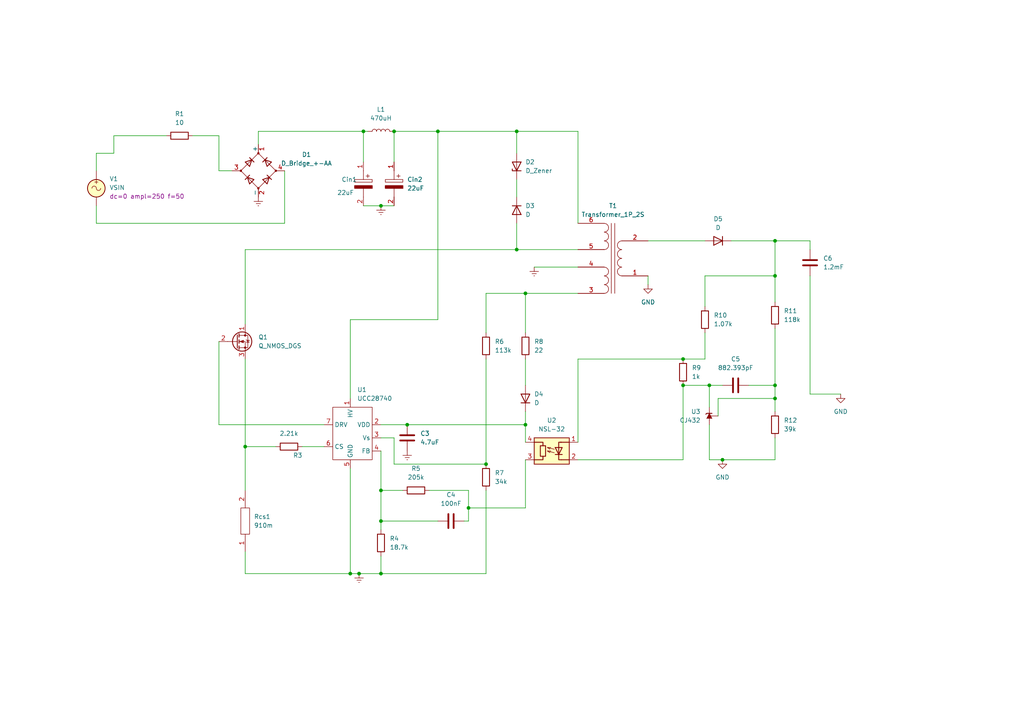
<source format=kicad_sch>
(kicad_sch (version 20211123) (generator eeschema)
  (paper "A4")
  (title_block (title "Charger Design") (date "2023-02-18") (rev "v01") (comment 1 "Course: ELP305") (comment 2 "Grpup: BNavi"))
  (lib_symbols
    (symbol "400PK22MEFC12.5X20:400PK22MEFC12.5X20" (pin_names (offset 0.762))
      (property "Reference" "C" (at 8.89 6.35 0))
      (property "Value" "400PK22MEFC12.5X20" (at 8.89 3.81 0))
      (symbol "400PK22MEFC12.5X20_0_0"
        (pin passive line (at 0 0 0) (length 2.54) (name "~") (number "1"))
        (pin passive line (at 12.7 0 180) (length 2.54) (name "~") (number "2"))
      )
      (symbol "400PK22MEFC12.5X20_0_1"
        (polyline (pts (xy 2.54 0) (xy 5.08 0)) (stroke (width 0.1524)))
        (polyline (pts (xy 4.064 1.778) (xy 4.064 0.762)) (stroke (width 0.1524)))
        (polyline (pts (xy 4.572 1.27) (xy 3.556 1.27)) (stroke (width 0.1524)))
        (polyline (pts (xy 7.62 0) (xy 10.16 0)) (stroke (width 0.1524)))
        (polyline (pts (xy 5.08 2.54) (xy 5.08 -2.54) (xy 5.842 -2.54) (xy 5.842 2.54) (xy 5.08 2.54)) (stroke (width 0.1524)))
        (polyline (pts (xy 7.62 2.54) (xy 7.62 -2.54) (xy 6.858 -2.54) (xy 6.858 2.54) (xy 7.62 2.54)) (stroke (width 0.254)) (fill (type outline)))
      )
    )
    (symbol "CRCW040234K0FKED:CRCW040234K0FKEDHP" (pin_names (offset 0.762))
      (property "Reference" "R" (at 13.97 6.35 0))
      (property "Value" "CRCW040234K0FKEDHP" (at 13.97 3.81 0))
      (symbol "CRCW040234K0FKEDHP_0_0"
        (pin passive line (at 0 0 0) (length 5.08) (name "~") (number "1"))
        (pin passive line (at 17.78 0 180) (length 5.08) (name "~") (number "2"))
      )
      (symbol "CRCW040234K0FKEDHP_0_1"
        (polyline (pts (xy 5.08 1.27) (xy 12.7 1.27) (xy 12.7 -1.27) (xy 5.08 -1.27) (xy 5.08 1.27)) (stroke (width 0.1524)))
      )
    )
    (symbol "Device:C" (pin_numbers hide) (pin_names (offset 0.254))
      (property "Reference" "C" (at 0.635 2.54 0))
      (property "Value" "C" (at 0.635 -2.54 0))
      (symbol "C_0_1"
        (polyline (pts (xy -2.032 -0.762) (xy 2.032 -0.762)) (stroke (width 0.508)))
        (polyline (pts (xy -2.032 0.762) (xy 2.032 0.762)) (stroke (width 0.508)))
      )
      (symbol "C_1_1"
        (pin passive line (at 0 3.81 270) (length 2.794) (name "~") (number "1"))
        (pin passive line (at 0 -3.81 90) (length 2.794) (name "~") (number "2"))
      )
    )
    (symbol "Device:D" (pin_numbers hide) (pin_names (offset 1.016) hide)
      (property "Reference" "D" (at 0 2.54 0))
      (property "Value" "D" (at 0 -2.54 0))
      (symbol "D_0_1"
        (polyline (pts (xy -1.27 1.27) (xy -1.27 -1.27)) (stroke (width 0.254)))
        (polyline (pts (xy 1.27 0) (xy -1.27 0)))
        (polyline (pts (xy 1.27 1.27) (xy 1.27 -1.27) (xy -1.27 0) (xy 1.27 1.27)) (stroke (width 0.254)))
      )
      (symbol "D_1_1"
        (pin passive line (at -3.81 0 0) (length 2.54) (name "K") (number "1"))
        (pin passive line (at 3.81 0 180) (length 2.54) (name "A") (number "2"))
      )
    )
    (symbol "Device:D_Bridge_+-AA" (pin_names (offset 0))
      (property "Reference" "D" (at 2.54 6.985 0))
      (property "Value" "D_Bridge_+-AA" (at 2.54 5.08 0))
      (symbol "D_Bridge_+-AA_0_1"
        (circle (center -5.08 0) (radius 0.254) (fill (type outline)))
        (circle (center 0 -5.08) (radius 0.254) (fill (type outline)))
        (polyline (pts (xy -2.54 3.81) (xy -1.27 2.54)) (stroke (width 0.254)))
        (polyline (pts (xy -1.27 -2.54) (xy -2.54 -3.81)) (stroke (width 0.254)))
        (polyline (pts (xy 2.54 -1.27) (xy 3.81 -2.54)) (stroke (width 0.254)))
        (polyline (pts (xy 2.54 1.27) (xy 3.81 2.54)) (stroke (width 0.254)))
        (polyline (pts (xy -3.81 2.54) (xy -2.54 1.27) (xy -1.905 3.175) (xy -3.81 2.54)) (stroke (width 0.254)))
        (polyline (pts (xy -2.54 -1.27) (xy -3.81 -2.54) (xy -1.905 -3.175) (xy -2.54 -1.27)) (stroke (width 0.254)))
        (polyline (pts (xy 1.27 2.54) (xy 2.54 3.81) (xy 3.175 1.905) (xy 1.27 2.54)) (stroke (width 0.254)))
        (polyline (pts (xy 3.175 -1.905) (xy 1.27 -2.54) (xy 2.54 -3.81) (xy 3.175 -1.905)) (stroke (width 0.254)))
        (polyline (pts (xy -5.08 0) (xy 0 -5.08) (xy 5.08 0) (xy 0 5.08) (xy -5.08 0)))
        (circle (center 0 5.08) (radius 0.254) (fill (type outline)))
        (circle (center 5.08 0) (radius 0.254) (fill (type outline)))
      )
      (symbol "D_Bridge_+-AA_1_1"
        (pin passive line (at 7.62 0 180) (length 2.54) (name "+") (number "1"))
        (pin passive line (at -7.62 0 0) (length 2.54) (name "-") (number "2"))
        (pin passive line (at 0 7.62 270) (length 2.54) (name "~") (number "3"))
        (pin passive line (at 0 -7.62 90) (length 2.54) (name "~") (number "4"))
      )
    )
    (symbol "Device:D_Zener" (pin_numbers hide) (pin_names (offset 1.016) hide)
      (property "Reference" "D" (at 0 2.54 0))
      (property "Value" "D_Zener" (at 0 -2.54 0))
      (symbol "D_Zener_0_1"
        (polyline (pts (xy 1.27 0) (xy -1.27 0)))
        (polyline (pts (xy -1.27 -1.27) (xy -1.27 1.27) (xy -0.762 1.27)) (stroke (width 0.254)))
        (polyline (pts (xy 1.27 -1.27) (xy 1.27 1.27) (xy -1.27 0) (xy 1.27 -1.27)) (stroke (width 0.254)))
      )
      (symbol "D_Zener_1_1"
        (pin passive line (at -3.81 0 0) (length 2.54) (name "K") (number "1"))
        (pin passive line (at 3.81 0 180) (length 2.54) (name "A") (number "2"))
      )
    )
    (symbol "Device:L" (pin_numbers hide) (pin_names (offset 1.016) hide)
      (property "Reference" "L" (at -1.27 0 90))
      (property "Value" "L" (at 1.905 0 90))
      (symbol "L_0_1"
        (arc (start 0 -2.54) (mid 0.635 -1.905) (end 0 -1.27))
        (arc (start 0 -1.27) (mid 0.635 -0.635) (end 0 0))
        (arc (start 0 0) (mid 0.635 0.635) (end 0 1.27))
        (arc (start 0 1.27) (mid 0.635 1.905) (end 0 2.54))
      )
      (symbol "L_1_1"
        (pin passive line (at 0 3.81 270) (length 1.27) (name "1") (number "1"))
        (pin passive line (at 0 -3.81 90) (length 1.27) (name "2") (number "2"))
      )
    )
    (symbol "Device:Q_NMOS_DGS" (pin_names (offset 0) hide)
      (property "Reference" "Q" (at 5.08 1.27 0))
      (property "Value" "Q_NMOS_DGS" (at 5.08 -1.27 0))
      (symbol "Q_NMOS_DGS_0_1"
        (polyline (pts (xy 0.254 0) (xy -2.54 0)))
        (polyline (pts (xy 0.254 1.905) (xy 0.254 -1.905)) (stroke (width 0.254)))
        (polyline (pts (xy 0.762 -1.27) (xy 0.762 -2.286)) (stroke (width 0.254)))
        (polyline (pts (xy 0.762 0.508) (xy 0.762 -0.508)) (stroke (width 0.254)))
        (polyline (pts (xy 0.762 2.286) (xy 0.762 1.27)) (stroke (width 0.254)))
        (polyline (pts (xy 2.54 2.54) (xy 2.54 1.778)))
        (polyline (pts (xy 2.54 -2.54) (xy 2.54 0) (xy 0.762 0)))
        (polyline (pts (xy 0.762 -1.778) (xy 3.302 -1.778) (xy 3.302 1.778) (xy 0.762 1.778)))
        (polyline (pts (xy 1.016 0) (xy 2.032 0.381) (xy 2.032 -0.381) (xy 1.016 0)) (fill (type outline)))
        (polyline (pts (xy 2.794 0.508) (xy 2.921 0.381) (xy 3.683 0.381) (xy 3.81 0.254)))
        (polyline (pts (xy 3.302 0.381) (xy 2.921 -0.254) (xy 3.683 -0.254) (xy 3.302 0.381)))
        (circle (center 1.651 0) (radius 2.794) (stroke (width 0.254)))
        (circle (center 2.54 -1.778) (radius 0.254) (fill (type outline)))
        (circle (center 2.54 1.778) (radius 0.254) (fill (type outline)))
      )
      (symbol "Q_NMOS_DGS_1_1"
        (pin passive line (at 2.54 5.08 270) (length 2.54) (name "D") (number "1"))
        (pin input line (at -5.08 0 0) (length 2.54) (name "G") (number "2"))
        (pin passive line (at 2.54 -5.08 90) (length 2.54) (name "S") (number "3"))
      )
    )
    (symbol "Device:R" (pin_numbers hide) (pin_names (offset 0))
      (property "Reference" "R" (at 2.032 0 90))
      (property "Value" "R" (at 0 0 90))
      (symbol "R_0_1"
        (rectangle (start -1.016 -2.54) (end 1.016 2.54) (stroke (width 0.254)))
      )
      (symbol "R_1_1"
        (pin passive line (at 0 3.81 270) (length 1.27) (name "~") (number "1"))
        (pin passive line (at 0 -3.81 90) (length 1.27) (name "~") (number "2"))
      )
    )
    (symbol "Device:Transformer_1P_2S" (pin_names (offset 1.016) hide)
      (property "Reference" "T" (at 0 12.7 0))
      (property "Value" "Transformer_1P_2S" (at 0 -12.7 0))
      (symbol "Transformer_1P_2S_0_1"
        (arc (start -2.54 -5.0546) (mid -1.6599 -4.6901) (end -1.27 -3.81))
        (arc (start -2.54 -2.5146) (mid -1.6599 -2.1501) (end -1.27 -1.27))
        (arc (start -2.54 0.0254) (mid -1.6599 0.3899) (end -1.27 1.27))
        (arc (start -2.54 2.5654) (mid -1.6599 2.9299) (end -1.27 3.81))
        (arc (start -1.27 -3.81) (mid -1.642 -2.912) (end -2.54 -2.54))
        (arc (start -1.27 -1.27) (mid -1.642 -0.372) (end -2.54 0))
        (arc (start -1.27 1.27) (mid -1.642 2.168) (end -2.54 2.54))
        (arc (start -1.27 3.81) (mid -1.642 4.708) (end -2.54 5.08))
        (polyline (pts (xy -0.508 -10.16) (xy -0.508 10.16)))
        (polyline (pts (xy 0.508 10.16) (xy 0.508 -10.16)))
        (arc (start 1.2954 -8.89) (mid 1.6599 -9.7701) (end 2.54 -10.1346))
        (arc (start 1.2954 -6.35) (mid 1.6599 -7.2301) (end 2.54 -7.5946))
        (arc (start 1.2954 -3.81) (mid 1.6599 -4.6901) (end 2.54 -5.0546))
        (arc (start 1.2954 3.81) (mid 1.6599 2.9299) (end 2.54 2.5654))
        (arc (start 1.2954 6.35) (mid 1.6599 5.4699) (end 2.54 5.1054))
        (arc (start 1.2954 8.89) (mid 1.6599 8.0099) (end 2.54 7.6454))
        (arc (start 2.54 -7.62) (mid 1.642 -7.992) (end 1.2954 -8.89))
        (arc (start 2.54 -5.08) (mid 1.642 -5.452) (end 1.2954 -6.35))
        (arc (start 2.54 -2.54) (mid 1.642 -2.912) (end 1.2954 -3.81))
        (arc (start 2.54 5.08) (mid 1.642 4.708) (end 1.2954 3.81))
        (arc (start 2.54 7.62) (mid 1.642 7.248) (end 1.2954 6.35))
        (arc (start 2.54 10.16) (mid 1.642 9.788) (end 1.2954 8.89))
      )
      (symbol "Transformer_1P_2S_1_1"
        (pin passive line (at -10.16 5.08 0) (length 7.62) (name "AA") (number "1"))
        (pin passive line (at -10.16 -5.08 0) (length 7.62) (name "AB") (number "2"))
        (pin passive line (at 10.16 10.16 180) (length 7.62) (name "SA") (number "3"))
        (pin passive line (at 10.16 2.54 180) (length 7.62) (name "SB") (number "4"))
        (pin passive line (at 10.16 -2.54 180) (length 7.62) (name "SC") (number "5"))
        (pin passive line (at 10.16 -10.16 180) (length 7.62) (name "SD") (number "6"))
      )
    )
    (symbol "Isolator:NSL-32" (pin_names (offset 0.762) hide)
      (property "Reference" "U" (at 0 5.08 0))
      (property "Value" "NSL-32" (at 0 -5.08 0))
      (symbol "NSL-32_0_1"
        (rectangle (start -5.08 3.81) (end 5.08 -3.81) (stroke (width 0.254)) (fill (type background)))
        (polyline (pts (xy -5.08 2.54) (xy -2.54 2.54)) (stroke (width 0.254)))
        (polyline (pts (xy -2.794 -2.54) (xy -5.08 -2.54)) (stroke (width 0.254)))
        (polyline (pts (xy -1.016 -1.016) (xy -3.048 -1.016) (xy -3.048 -1.016)) (stroke (width 0.254)))
        (polyline (pts (xy -0.762 -0.508) (xy 1.27 0) (xy 1.27 0)))
        (polyline (pts (xy -0.762 0.508) (xy 1.27 1.016) (xy 1.27 1.016)))
        (polyline (pts (xy 2.54 -1.524) (xy 2.54 -2.54) (xy 5.08 -2.54)) (stroke (width 0.254)))
        (polyline (pts (xy 2.54 1.524) (xy 2.54 2.54) (xy 5.08 2.54)) (stroke (width 0.254)))
        (polyline (pts (xy -2.794 -2.54) (xy -2.032 -2.54) (xy -2.032 2.54) (xy -2.794 2.54)) (stroke (width 0.254)))
        (polyline (pts (xy 0.254 0) (xy 1.27 0) (xy 0.508 -0.508) (xy 0.508 -0.508)))
        (polyline (pts (xy 0.254 1.016) (xy 1.27 1.016) (xy 0.508 0.508) (xy 0.508 0.508)))
        (polyline (pts (xy -1.016 1.016) (xy -3.048 1.016) (xy -2.032 -1.016) (xy -1.016 1.016) (xy -1.016 1.016) (xy -1.016 1.016)) (stroke (width 0.254)))
        (rectangle (start 1.778 1.524) (end 3.302 -1.524) (stroke (width 0.254)))
      )
      (symbol "NSL-32_1_1"
        (pin passive line (at -7.62 2.54 0) (length 2.54) (name "A") (number "1"))
        (pin passive line (at -7.62 -2.54 0) (length 2.54) (name "K") (number "2"))
        (pin passive line (at 7.62 -2.54 180) (length 2.54) (name "R") (number "3"))
        (pin passive line (at 7.62 2.54 180) (length 2.54) (name "R") (number "4"))
      )
    )
    (symbol "Reference_Voltage:CJ432" (pin_numbers hide) (pin_names hide)
      (property "Reference" "U" (at -2.54 2.54 0))
      (property "Value" "CJ432" (at 0 -2.54 0))
      (symbol "CJ432_0_1"
        (polyline (pts (xy -1.27 0) (xy 0 0) (xy 1.27 0)))
        (polyline (pts (xy -0.762 0.762) (xy 0.762 0) (xy -0.762 -0.762)) (fill (type outline)))
        (polyline (pts (xy 0.508 -1.016) (xy 0.762 -0.762) (xy 0.762 0.762) (xy 0.762 0.762)) (stroke (width 0.254)))
      )
      (symbol "CJ432_1_1"
        (pin passive line (at 0 2.54 270) (length 2.54) (name "REF") (number "1"))
        (pin passive line (at 2.54 0 180) (length 1.27) (name "K") (number "2"))
        (pin passive line (at -2.54 0 0) (length 1.27) (name "A") (number "3"))
      )
    )
    (symbol "Simulation_SPICE:VSIN" (pin_numbers hide) (pin_names (offset 0.0254))
      (property "Reference" "V1" (at 3.81 2.7299 0))
      (property "Value" "VSIN" (at 3.81 0.1899 0))
      (property "Spice_Model" "sin(0 250 50)" (at 3.81 -2.3501 0))
      (symbol "VSIN_0_0"
        (arc (start 0 0) (mid -0.635 0.635) (end -1.27 0))
        (arc (start 0 0) (mid 0.635 -0.635) (end 1.27 0))
        (text "+" (at 0 1.905 0) (effects (font (size 1.27 1.27))))
      )
      (symbol "VSIN_0_1"
        (circle (center 0 0) (radius 2.54) (stroke (width 0.254)) (fill (type background)))
      )
      (symbol "VSIN_1_1"
        (pin passive line (at 0 5.08 270) (length 2.54) (name "~") (number "1"))
        (pin passive line (at 0 -5.08 90) (length 2.54) (name "~") (number "2"))
      )
    )
    (symbol "UCC28740:UCC28740"
      (property "Reference" "U" (at -5.08 8.89 0))
      (property "Value" "UCC28740" (at 6.35 -8.89 0))
      (symbol "UCC28740_0_1"
        (rectangle (start -5.08 7.62) (end 6.35 -7.62))
      )
      (symbol "UCC28740_1_1"
        (pin input line (at 0 10.16 270) (length 2.54) (name "HV") (number "1"))
        (pin input line (at 8.89 2.54 180) (length 2.54) (name "VDD") (number "2"))
        (pin input line (at 8.89 -1.27 180) (length 2.54) (name "Vs") (number "3"))
        (pin input line (at 8.89 -5.08 180) (length 2.54) (name "FB") (number "4"))
        (pin input line (at 0 -10.16 90) (length 2.54) (name "GND") (number "5"))
        (pin input line (at -7.62 -3.81 0) (length 2.54) (name "CS") (number "6"))
        (pin input line (at -7.62 2.54 0) (length 2.54) (name "DRV") (number "7"))
      )
    )
    (symbol "power:Earth" (power) (pin_names (offset 0))
      (symbol "Earth_0_1"
        (polyline (pts (xy -0.635 -1.905) (xy 0.635 -1.905)))
        (polyline (pts (xy -0.127 -2.54) (xy 0.127 -2.54)))
        (polyline (pts (xy 0 -1.27) (xy 0 0)))
        (polyline (pts (xy 1.27 -1.27) (xy -1.27 -1.27)))
      )
      (symbol "Earth_1_1"
        (pin power_in line (at 0 0 270) (length 0) hide (name "Earth") (number "1"))
      )
    )
    (symbol "power:GND" (power) (pin_names (offset 0))
      (property "Value" "GND" (at 0 -3.81 0))
      (symbol "GND_0_1"
        (polyline (pts (xy 0 0) (xy 0 -1.27) (xy 1.27 -1.27) (xy 0 -2.54) (xy -1.27 -1.27) (xy 0 -1.27)))
      )
      (symbol "GND_1_1"
        (pin power_in line (at 0 0 270) (length 0) hide (name "GND") (number "1"))
      )
    )
  )
  (junction (at 110.49 151.13))
  (junction (at 149.86 38.1))
  (junction (at 118.11 123.19))
  (junction (at 205.74 111.76))
  (junction (at 110.49 59.69))
  (junction (at 198.12 104.14))
  (junction (at 114.3 38.1))
  (junction (at 101.6 166.37))
  (junction (at 104.14 166.37))
  (junction (at 224.79 69.85))
  (junction (at 110.49 142.24))
  (junction (at 198.12 111.76))
  (junction (at 105.41 38.1))
  (junction (at 152.4 123.19))
  (junction (at 71.12 129.54))
  (junction (at 152.4 85.09))
  (junction (at 224.79 80.01))
  (junction (at 224.79 111.76))
  (junction (at 209.55 133.35))
  (junction (at 110.49 166.37))
  (junction (at 127 38.1))
  (junction (at 135.89 147.32))
  (junction (at 140.97 134.62))
  (junction (at 224.79 115.57))
  (junction (at 149.86 72.39))
  (wire (pts (xy 63.5 39.37) (xy 63.5 49.53)))
  (wire (pts (xy 149.86 72.39) (xy 167.64 72.39)))
  (wire (pts (xy 27.94 64.77) (xy 82.55 64.77)))
  (wire (pts (xy 110.49 161.29) (xy 110.49 166.37)))
  (wire (pts (xy 134.62 151.13) (xy 135.89 151.13)))
  (wire (pts (xy 27.94 44.45) (xy 33.02 44.45)))
  (wire (pts (xy 110.49 127) (xy 114.3 127)))
  (wire (pts (xy 204.47 96.52) (xy 204.47 104.14)))
  (wire (pts (xy 114.3 38.1) (xy 114.3 46.99)))
  (wire (pts (xy 135.89 147.32) (xy 135.89 151.13)))
  (wire (pts (xy 63.5 123.19) (xy 93.98 123.19)))
  (wire (pts (xy 167.64 133.35) (xy 198.12 133.35)))
  (wire (pts (xy 140.97 96.52) (xy 140.97 85.09)))
  (wire (pts (xy 152.4 119.38) (xy 152.4 123.19)))
  (wire (pts (xy 110.49 151.13) (xy 127 151.13)))
  (wire (pts (xy 71.12 72.39) (xy 149.86 72.39)))
  (wire (pts (xy 149.86 52.07) (xy 149.86 57.15)))
  (wire (pts (xy 198.12 104.14) (xy 204.47 104.14)))
  (wire (pts (xy 224.79 95.25) (xy 224.79 111.76)))
  (wire (pts (xy 198.12 111.76) (xy 205.74 111.76)))
  (wire (pts (xy 71.12 129.54) (xy 80.01 129.54)))
  (wire (pts (xy 204.47 88.9) (xy 204.47 80.01)))
  (wire (pts (xy 114.3 38.1) (xy 127 38.1)))
  (wire (pts (xy 224.79 69.85) (xy 224.79 80.01)))
  (wire (pts (xy 152.4 133.35) (xy 152.4 147.32)))
  (wire (pts (xy 140.97 85.09) (xy 152.4 85.09)))
  (wire (pts (xy 114.3 127) (xy 114.3 134.62)))
  (wire (pts (xy 71.12 104.14) (xy 71.12 129.54)))
  (wire (pts (xy 205.74 111.76) (xy 205.74 118.11)))
  (wire (pts (xy 224.79 133.35) (xy 224.79 127)))
  (wire (pts (xy 27.94 59.69) (xy 27.94 64.77)))
  (wire (pts (xy 110.49 151.13) (xy 110.49 153.67)))
  (wire (pts (xy 105.41 59.69) (xy 110.49 59.69)))
  (wire (pts (xy 63.5 49.53) (xy 67.31 49.53)))
  (wire (pts (xy 167.64 104.14) (xy 198.12 104.14)))
  (wire (pts (xy 224.79 80.01) (xy 224.79 87.63)))
  (wire (pts (xy 87.63 129.54) (xy 93.98 129.54)))
  (wire (pts (xy 140.97 142.24) (xy 140.97 166.37)))
  (wire (pts (xy 205.74 111.76) (xy 209.55 111.76)))
  (wire (pts (xy 33.02 44.45) (xy 33.02 39.37)))
  (wire (pts (xy 152.4 147.32) (xy 135.89 147.32)))
  (wire (pts (xy 104.14 166.37) (xy 110.49 166.37)))
  (wire (pts (xy 74.93 38.1) (xy 105.41 38.1)))
  (wire (pts (xy 234.95 80.01) (xy 234.95 114.3)))
  (wire (pts (xy 63.5 99.06) (xy 63.5 123.19)))
  (wire (pts (xy 167.64 38.1) (xy 149.86 38.1)))
  (wire (pts (xy 154.94 77.47) (xy 167.64 77.47)))
  (wire (pts (xy 205.74 123.19) (xy 205.74 133.35)))
  (wire (pts (xy 234.95 114.3) (xy 243.84 114.3)))
  (wire (pts (xy 234.95 69.85) (xy 234.95 72.39)))
  (wire (pts (xy 149.86 38.1) (xy 149.86 44.45)))
  (wire (pts (xy 110.49 142.24) (xy 116.84 142.24)))
  (wire (pts (xy 187.96 69.85) (xy 204.47 69.85)))
  (wire (pts (xy 110.49 166.37) (xy 140.97 166.37)))
  (wire (pts (xy 101.6 135.89) (xy 101.6 166.37)))
  (wire (pts (xy 208.28 120.65) (xy 208.28 115.57)))
  (wire (pts (xy 217.17 111.76) (xy 224.79 111.76)))
  (wire (pts (xy 71.12 160.02) (xy 71.12 166.37)))
  (wire (pts (xy 152.4 104.14) (xy 152.4 111.76)))
  (wire (pts (xy 198.12 133.35) (xy 198.12 111.76)))
  (wire (pts (xy 152.4 85.09) (xy 152.4 96.52)))
  (wire (pts (xy 152.4 85.09) (xy 167.64 85.09)))
  (wire (pts (xy 101.6 92.71) (xy 127 92.71)))
  (wire (pts (xy 135.89 142.24) (xy 135.89 147.32)))
  (wire (pts (xy 71.12 72.39) (xy 71.12 93.98)))
  (wire (pts (xy 55.88 39.37) (xy 63.5 39.37)))
  (wire (pts (xy 209.55 133.35) (xy 224.79 133.35)))
  (wire (pts (xy 204.47 80.01) (xy 224.79 80.01)))
  (wire (pts (xy 33.02 39.37) (xy 48.26 39.37)))
  (wire (pts (xy 105.41 38.1) (xy 105.41 46.99)))
  (wire (pts (xy 127 92.71) (xy 127 38.1)))
  (wire (pts (xy 124.46 142.24) (xy 135.89 142.24)))
  (wire (pts (xy 27.94 49.53) (xy 27.94 44.45)))
  (wire (pts (xy 212.09 69.85) (xy 224.79 69.85)))
  (wire (pts (xy 71.12 166.37) (xy 101.6 166.37)))
  (wire (pts (xy 101.6 115.57) (xy 101.6 92.71)))
  (wire (pts (xy 224.79 111.76) (xy 224.79 115.57)))
  (wire (pts (xy 74.93 41.91) (xy 74.93 38.1)))
  (wire (pts (xy 224.79 115.57) (xy 224.79 119.38)))
  (wire (pts (xy 114.3 134.62) (xy 140.97 134.62)))
  (wire (pts (xy 82.55 64.77) (xy 82.55 49.53)))
  (wire (pts (xy 118.11 123.19) (xy 152.4 123.19)))
  (wire (pts (xy 140.97 104.14) (xy 140.97 134.62)))
  (wire (pts (xy 152.4 123.19) (xy 152.4 128.27)))
  (wire (pts (xy 110.49 123.19) (xy 118.11 123.19)))
  (wire (pts (xy 205.74 133.35) (xy 209.55 133.35)))
  (wire (pts (xy 127 38.1) (xy 149.86 38.1)))
  (wire (pts (xy 110.49 130.81) (xy 110.49 142.24)))
  (wire (pts (xy 187.96 80.01) (xy 187.96 82.55)))
  (wire (pts (xy 110.49 59.69) (xy 114.3 59.69)))
  (wire (pts (xy 101.6 166.37) (xy 104.14 166.37)))
  (wire (pts (xy 224.79 69.85) (xy 234.95 69.85)))
  (wire (pts (xy 167.64 128.27) (xy 167.64 104.14)))
  (wire (pts (xy 149.86 72.39) (xy 149.86 64.77)))
  (wire (pts (xy 110.49 142.24) (xy 110.49 151.13)))
  (wire (pts (xy 71.12 142.24) (xy 71.12 129.54)))
  (wire (pts (xy 167.64 64.77) (xy 167.64 38.1)))
  (wire (pts (xy 105.41 38.1) (xy 106.68 38.1)))
  (wire (pts (xy 208.28 115.57) (xy 224.79 115.57)))
  (symbol (lib_id "Device:Transformer_1P_2S") (at 177.8 74.93 180) (unit 1)
    (property "Reference" "T1" (at 177.8 59.69 0))
    (property "Value" "Transformer_1P_2S" (at 177.8 62.23 0))
  )
  (symbol (lib_id "power:GND") (at 187.96 82.55 0) (unit 1)
    (property "Reference" "#PWR06" (effects hide))
    (property "Value" "GND" (at 187.96 87.63 0))
  )
  (symbol (lib_id "400PK22MEFC12.5X20:400PK22MEFC12.5X20") (at 114.3 46.99 270) (unit 1)
    (property "Reference" "Cin2" (at 118.11 52.0699 90) (effects (justify left)))
    (property "Value" "22uF" (at 118.11 54.61 90) (effects (justify left)))
    (property "Footprint" "footprints:400PK22MEFC12.5X20" (effects hide))
    (property "Datasheet" "http://www.rubycon.co.jp/en/catalog/e_pdfs/aluminum/e_pk.pdf" (effects hide))
    (property "Description" "Aluminum Electrolytic Capacitors - Radial Leaded" (effects hide))
    (property "Height" "22" (effects hide))
    (property "Mouser Part Number" "232-400PK22MEFC125X2" (effects hide))
    (property "Mouser Price/Stock" "https://www.mouser.co.uk/ProductDetail/Rubycon/400PK22MEFC12.5X20?qs=T3oQrply3y%252B1A0DQVCmdTw%3D%3D" (effects hide))
    (property "Manufacturer_Name" "Rubycon" (effects hide))
    (property "Manufacturer_Part_Number" "400PK22MEFC12.5X20" (effects hide))
  )
  (symbol (lib_id "Device:R") (at 120.65 142.24 90) (unit 1)
    (property "Reference" "R5" (at 120.65 135.89 90))
    (property "Value" "205k" (at 120.65 138.43 90))
    (property "Footprint" "Resistor_SMD:R_0201_0603Metric_Pad0.64x0.40mm_HandSolder" (effects hide))
  )
  (symbol (lib_id "Device:D") (at 152.4 115.57 90) (unit 1)
    (property "Reference" "D4" (at 154.94 114.2999 90) (effects (justify right)))
    (property "Value" "D" (at 154.94 116.8399 90) (effects (justify right)))
    (property "Footprint" "Diode_SMD:D_0402_1005Metric_Pad0.77x0.64mm_HandSolder" (effects hide))
  )
  (symbol (lib_id "400PK22MEFC12.5X20:400PK22MEFC12.5X20") (at 105.41 46.99 270) (unit 1)
    (property "Reference" "Cin1" (at 99.06 52.07 90) (effects (justify left)))
    (property "Value" "22uF" (at 97.79 55.88 90) (effects (justify left)))
    (property "Footprint" "footprints:400PK22MEFC12.5X20" (effects hide))
    (property "Datasheet" "http://www.rubycon.co.jp/en/catalog/e_pdfs/aluminum/e_pk.pdf" (effects hide))
    (property "Description" "Aluminum Electrolytic Capacitors - Radial Leaded" (effects hide))
    (property "Height" "22" (effects hide))
    (property "Mouser Part Number" "232-400PK22MEFC125X2" (effects hide))
    (property "Mouser Price/Stock" "https://www.mouser.co.uk/ProductDetail/Rubycon/400PK22MEFC12.5X20?qs=T3oQrply3y%252B1A0DQVCmdTw%3D%3D" (effects hide))
    (property "Manufacturer_Name" "Rubycon" (effects hide))
    (property "Manufacturer_Part_Number" "400PK22MEFC12.5X20" (effects hide))
  )
  (symbol (lib_id "Device:R") (at 52.07 39.37 90) (unit 1)
    (property "Reference" "R1" (at 52.07 33.02 90))
    (property "Value" "10" (at 52.07 35.56 90))
    (property "Footprint" "Resistor_SMD:R_0201_0603Metric_Pad0.64x0.40mm_HandSolder" (effects hide))
    (property "Spice_Primitive" "R" (effects hide))
    (property "Spice_Model" "10" (effects hide))
    (property "Spice_Netlist_Enabled" "Y" (effects hide))
  )
  (symbol (lib_id "Simulation_SPICE:VSIN") (at 27.94 54.61 0) (unit 1)
    (property "Reference" "V1" (at 31.75 51.8801 0) (effects (justify left)))
    (property "Value" "VSIN" (at 31.75 54.4201 0) (effects (justify left)))
    (property "Spice_Netlist_Enabled" "Y" (effects hide))
    (property "Spice_Primitive" "V" (effects hide))
    (property "Spice_Model" "sin(0 250 50)" (at 31.75 56.9601 0) (effects (justify left)))
  )
  (symbol (lib_id "CRCW040234K0FKED:CRCW040234K0FKEDHP") (at 71.12 160.02 90) (unit 1)
    (property "Reference" "Rcs1" (at 73.66 149.8599 90) (effects (justify right)))
    (property "Value" "910m" (at 73.66 152.3999 90) (effects (justify right)))
    (property "Footprint" "footprints:CRCW04021K07FKED" (effects hide))
    (property "Datasheet" "http://www.vishay.com/docs/20035/dcrcwe3.pdf" (effects hide))
    (property "Description" "Standard Thick Film Chip Resistors value 34K0 ohm." (effects hide))
    (property "Height" "0.4" (effects hide))
    (property "Manufacturer_Name" "Vishay" (effects hide))
    (property "Manufacturer_Part_Number" "CRCW040234K0FKEDHP" (effects hide))
  )
  (symbol (lib_id "Device:R") (at 140.97 138.43 180) (unit 1)
    (property "Reference" "R7" (at 143.51 137.1599 0) (effects (justify right)))
    (property "Value" "34k" (at 143.51 139.6999 0) (effects (justify right)))
    (property "Footprint" "Resistor_SMD:R_0201_0603Metric_Pad0.64x0.40mm_HandSolder" (effects hide))
  )
  (symbol (lib_id "power:Earth") (at 118.11 130.81 0) (unit 1)
    (property "Reference" "#PWR04" (effects hide))
    (property "Value" "Earth" (effects hide))
  )
  (symbol (lib_id "Device:R") (at 224.79 123.19 180) (unit 1)
    (property "Reference" "R12" (at 227.33 121.9199 0) (effects (justify right)))
    (property "Value" "39k" (at 227.33 124.4599 0) (effects (justify right)))
    (property "Footprint" "Resistor_SMD:R_0201_0603Metric_Pad0.64x0.40mm_HandSolder" (effects hide))
  )
  (symbol (lib_id "power:Earth") (at 74.93 57.15 0) (unit 1)
    (property "Reference" "#PWR01" (effects hide))
    (property "Value" "Earth" (effects hide))
  )
  (symbol (lib_id "Device:R") (at 140.97 100.33 180) (unit 1)
    (property "Reference" "R6" (at 143.51 99.0599 0) (effects (justify right)))
    (property "Value" "113k" (at 143.51 101.5999 0) (effects (justify right)))
    (property "Footprint" "Resistor_SMD:R_0201_0603Metric_Pad0.64x0.40mm_HandSolder" (effects hide))
  )
  (symbol (lib_id "Device:D_Zener") (at 149.86 48.26 90) (unit 1)
    (property "Reference" "D2" (at 152.4 46.9899 90) (effects (justify right)))
    (property "Value" "D_Zener" (at 152.4 49.5299 90) (effects (justify right)))
    (property "Footprint" "Diode_SMD:D_0201_0603Metric_Pad0.64x0.40mm_HandSolder" (effects hide))
  )
  (symbol (lib_id "UCC28740:UCC28740") (at 101.6 125.73 0) (unit 1)
    (property "Reference" "U1" (at 103.6194 113.03 0) (effects (justify left)))
    (property "Value" "UCC28740" (at 103.6194 115.57 0) (effects (justify left)))
  )
  (symbol (lib_id "Device:C") (at 130.81 151.13 90) (unit 1)
    (property "Reference" "C4" (at 130.81 143.51 90))
    (property "Value" "100nF" (at 130.81 146.05 90))
    (property "Footprint" "Capacitor_SMD:C_0603_1608Metric_Pad1.08x0.95mm_HandSolder" (effects hide))
  )
  (symbol (lib_id "Device:R") (at 110.49 157.48 180) (unit 1)
    (property "Reference" "R4" (at 113.03 156.2099 0) (effects (justify right)))
    (property "Value" "18.7k" (at 113.03 158.7499 0) (effects (justify right)))
    (property "Footprint" "Resistor_SMD:R_0201_0603Metric_Pad0.64x0.40mm_HandSolder" (effects hide))
  )
  (symbol (lib_id "Device:R") (at 152.4 100.33 180) (unit 1)
    (property "Reference" "R8" (at 154.94 99.0599 0) (effects (justify right)))
    (property "Value" "22" (at 154.94 101.5999 0) (effects (justify right)))
    (property "Footprint" "Resistor_SMD:R_0201_0603Metric_Pad0.64x0.40mm_HandSolder" (effects hide))
  )
  (symbol (lib_id "Device:R") (at 83.82 129.54 90) (unit 1)
    (property "Reference" "R3" (at 86.36 132.08 90))
    (property "Value" "2.21k" (at 83.82 125.73 90))
    (property "Footprint" "Resistor_SMD:R_0201_0603Metric_Pad0.64x0.40mm_HandSolder" (effects hide))
  )
  (symbol (lib_id "Device:D") (at 149.86 60.96 270) (unit 1)
    (property "Reference" "D3" (at 152.4 59.6899 90) (effects (justify left)))
    (property "Value" "D" (at 152.4 62.2299 90) (effects (justify left)))
    (property "Footprint" "Diode_SMD:D_0402_1005Metric_Pad0.77x0.64mm_HandSolder" (effects hide))
  )
  (symbol (lib_id "Device:R") (at 198.12 107.95 180) (unit 1)
    (property "Reference" "R9" (at 200.66 106.6799 0) (effects (justify right)))
    (property "Value" "1k" (at 200.66 109.2199 0) (effects (justify right)))
    (property "Footprint" "Resistor_SMD:R_0201_0603Metric_Pad0.64x0.40mm_HandSolder" (effects hide))
  )
  (symbol (lib_id "power:Earth") (at 110.49 59.69 0) (unit 1)
    (property "Reference" "#PWR03" (effects hide))
    (property "Value" "Earth" (effects hide))
  )
  (symbol (lib_id "power:GND") (at 243.84 114.3 0) (unit 1)
    (property "Reference" "#PWR08" (effects hide))
    (property "Value" "GND" (at 243.84 119.38 0))
  )
  (symbol (lib_id "power:Earth") (at 154.94 77.47 0) (unit 1)
    (property "Reference" "#PWR05" (effects hide))
    (property "Value" "Earth" (effects hide))
  )
  (symbol (lib_id "power:Earth") (at 104.14 166.37 0) (unit 1)
    (property "Reference" "#PWR02" (effects hide))
    (property "Value" "Earth" (effects hide))
  )
  (symbol (lib_id "Device:R") (at 224.79 91.44 180) (unit 1)
    (property "Reference" "R11" (at 227.33 90.1699 0) (effects (justify right)))
    (property "Value" "118k" (at 227.33 92.7099 0) (effects (justify right)))
    (property "Footprint" "Resistor_SMD:R_0201_0603Metric_Pad0.64x0.40mm_HandSolder" (effects hide))
  )
  (symbol (lib_id "Isolator:NSL-32") (at 160.02 130.81 0) (mirror y) (unit 1)
    (property "Reference" "U2" (at 160.02 121.92 0))
    (property "Value" "NSL-32" (at 160.02 124.46 0))
    (property "Footprint" "OptoDevice:Luna_NSL-32" (effects hide))
    (property "Datasheet" "http://lunainc.com/wp-content/uploads/2016/06/NSL-32.pdf" (effects hide))
  )
  (symbol (lib_id "Device:D_Bridge_+-AA") (at 74.93 49.53 90) (unit 1)
    (property "Reference" "D1" (at 88.9 44.831 90))
    (property "Value" "D_Bridge_+-AA" (at 88.9 47.371 90))
  )
  (symbol (lib_id "Device:R") (at 204.47 92.71 180) (unit 1)
    (property "Reference" "R10" (at 207.01 91.4399 0) (effects (justify right)))
    (property "Value" "1.07k" (at 207.01 93.9799 0) (effects (justify right)))
    (property "Footprint" "Resistor_SMD:R_0201_0603Metric_Pad0.64x0.40mm_HandSolder" (effects hide))
  )
  (symbol (lib_id "Device:C") (at 118.11 127 180) (unit 1)
    (property "Reference" "C3" (at 121.92 125.7299 0) (effects (justify right)))
    (property "Value" "4.7uF" (at 121.92 128.2699 0) (effects (justify right)))
    (property "Footprint" "Capacitor_SMD:C_0603_1608Metric_Pad1.08x0.95mm_HandSolder" (effects hide))
  )
  (symbol (lib_id "Device:Q_NMOS_DGS") (at 68.58 99.06 0) (unit 1)
    (property "Reference" "Q1" (at 74.93 97.7899 0) (effects (justify left)))
    (property "Value" "Q_NMOS_DGS" (at 74.93 100.3299 0) (effects (justify left)))
  )
  (symbol (lib_id "power:GND") (at 209.55 133.35 0) (unit 1)
    (property "Reference" "#PWR07" (effects hide))
    (property "Value" "GND" (at 209.55 138.43 0))
  )
  (symbol (lib_id "Device:C") (at 213.36 111.76 90) (unit 1)
    (property "Reference" "C5" (at 213.36 104.14 90))
    (property "Value" "882.393pF" (at 213.36 106.68 90))
    (property "Footprint" "Capacitor_SMD:C_0603_1608Metric_Pad1.08x0.95mm_HandSolder" (effects hide))
  )
  (symbol (lib_id "Device:L") (at 110.49 38.1 90) (unit 1)
    (property "Reference" "L1" (at 110.49 31.75 90))
    (property "Value" "470uH" (at 110.49 34.29 90))
    (property "Footprint" "Inductor_SMD:L_0201_0603Metric_Pad0.64x0.40mm_HandSolder" (effects hide))
  )
  (symbol (lib_id "Device:C") (at 234.95 76.2 180) (unit 1)
    (property "Reference" "C6" (at 238.76 74.9299 0) (effects (justify right)))
    (property "Value" "1.2mF" (at 238.76 77.4699 0) (effects (justify right)))
    (property "Footprint" "Capacitor_SMD:C_0603_1608Metric_Pad1.08x0.95mm_HandSolder" (effects hide))
  )
  (symbol (lib_id "Reference_Voltage:CJ432") (at 205.74 120.65 270) (mirror x) (unit 1)
    (property "Reference" "U3" (at 203.2 119.3799 90) (effects (justify right)))
    (property "Value" "CJ432" (at 203.2 121.9199 90) (effects (justify right)))
    (property "Footprint" "Package_TO_SOT_SMD:SOT-23" (effects hide))
    (property "Datasheet" "http://www.cj-elec.com/txUpfile/20134181474991806.pdf" (effects hide))
  )
  (symbol (lib_id "Device:D") (at 208.28 69.85 180) (unit 1)
    (property "Reference" "D5" (at 208.28 63.5 0))
    (property "Value" "D" (at 208.28 66.04 0))
    (property "Footprint" "Diode_SMD:D_0402_1005Metric_Pad0.77x0.64mm_HandSolder" (effects hide))
  )
)
</source>
